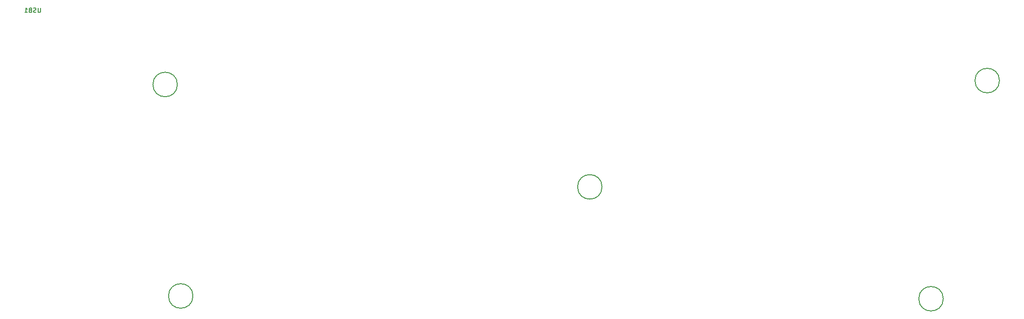
<source format=gbr>
%TF.GenerationSoftware,KiCad,Pcbnew,(7.0.0-0)*%
%TF.CreationDate,2023-04-18T09:58:13-04:00*%
%TF.ProjectId,pi0ii040,70693069-6930-4343-902e-6b696361645f,rev?*%
%TF.SameCoordinates,Original*%
%TF.FileFunction,Other,Comment*%
%FSLAX46Y46*%
G04 Gerber Fmt 4.6, Leading zero omitted, Abs format (unit mm)*
G04 Created by KiCad (PCBNEW (7.0.0-0)) date 2023-04-18 09:58:13*
%MOMM*%
%LPD*%
G01*
G04 APERTURE LIST*
%ADD10C,0.150000*%
G04 APERTURE END LIST*
D10*
%TO.C,USB1*%
X48766725Y-61127629D02*
X48766725Y-61775248D01*
X48766725Y-61775248D02*
X48728630Y-61851439D01*
X48728630Y-61851439D02*
X48690535Y-61889534D01*
X48690535Y-61889534D02*
X48614344Y-61927629D01*
X48614344Y-61927629D02*
X48461963Y-61927629D01*
X48461963Y-61927629D02*
X48385773Y-61889534D01*
X48385773Y-61889534D02*
X48347678Y-61851439D01*
X48347678Y-61851439D02*
X48309582Y-61775248D01*
X48309582Y-61775248D02*
X48309582Y-61127629D01*
X47966726Y-61889534D02*
X47852440Y-61927629D01*
X47852440Y-61927629D02*
X47661964Y-61927629D01*
X47661964Y-61927629D02*
X47585773Y-61889534D01*
X47585773Y-61889534D02*
X47547678Y-61851439D01*
X47547678Y-61851439D02*
X47509583Y-61775248D01*
X47509583Y-61775248D02*
X47509583Y-61699058D01*
X47509583Y-61699058D02*
X47547678Y-61622867D01*
X47547678Y-61622867D02*
X47585773Y-61584772D01*
X47585773Y-61584772D02*
X47661964Y-61546677D01*
X47661964Y-61546677D02*
X47814345Y-61508582D01*
X47814345Y-61508582D02*
X47890535Y-61470486D01*
X47890535Y-61470486D02*
X47928630Y-61432391D01*
X47928630Y-61432391D02*
X47966726Y-61356201D01*
X47966726Y-61356201D02*
X47966726Y-61280010D01*
X47966726Y-61280010D02*
X47928630Y-61203820D01*
X47928630Y-61203820D02*
X47890535Y-61165725D01*
X47890535Y-61165725D02*
X47814345Y-61127629D01*
X47814345Y-61127629D02*
X47623868Y-61127629D01*
X47623868Y-61127629D02*
X47509583Y-61165725D01*
X46900059Y-61508582D02*
X46785773Y-61546677D01*
X46785773Y-61546677D02*
X46747678Y-61584772D01*
X46747678Y-61584772D02*
X46709582Y-61660963D01*
X46709582Y-61660963D02*
X46709582Y-61775248D01*
X46709582Y-61775248D02*
X46747678Y-61851439D01*
X46747678Y-61851439D02*
X46785773Y-61889534D01*
X46785773Y-61889534D02*
X46861963Y-61927629D01*
X46861963Y-61927629D02*
X47166725Y-61927629D01*
X47166725Y-61927629D02*
X47166725Y-61127629D01*
X47166725Y-61127629D02*
X46900059Y-61127629D01*
X46900059Y-61127629D02*
X46823868Y-61165725D01*
X46823868Y-61165725D02*
X46785773Y-61203820D01*
X46785773Y-61203820D02*
X46747678Y-61280010D01*
X46747678Y-61280010D02*
X46747678Y-61356201D01*
X46747678Y-61356201D02*
X46785773Y-61432391D01*
X46785773Y-61432391D02*
X46823868Y-61470486D01*
X46823868Y-61470486D02*
X46900059Y-61508582D01*
X46900059Y-61508582D02*
X47166725Y-61508582D01*
X45947678Y-61927629D02*
X46404821Y-61927629D01*
X46176249Y-61927629D02*
X46176249Y-61127629D01*
X46176249Y-61127629D02*
X46252440Y-61241915D01*
X46252440Y-61241915D02*
X46328630Y-61318105D01*
X46328630Y-61318105D02*
X46404821Y-61356201D01*
%TO.C,REF\u002A\u002A*%
X76161208Y-112870529D02*
G75*
G03*
X76161208Y-112870529I-2200000J0D01*
G01*
X149661208Y-93270529D02*
G75*
G03*
X149661208Y-93270529I-2200000J0D01*
G01*
X210961208Y-113370529D02*
G75*
G03*
X210961208Y-113370529I-2200000J0D01*
G01*
X221061208Y-74170529D02*
G75*
G03*
X221061208Y-74170529I-2200000J0D01*
G01*
X73361208Y-74870529D02*
G75*
G03*
X73361208Y-74870529I-2200000J0D01*
G01*
%TD*%
M02*

</source>
